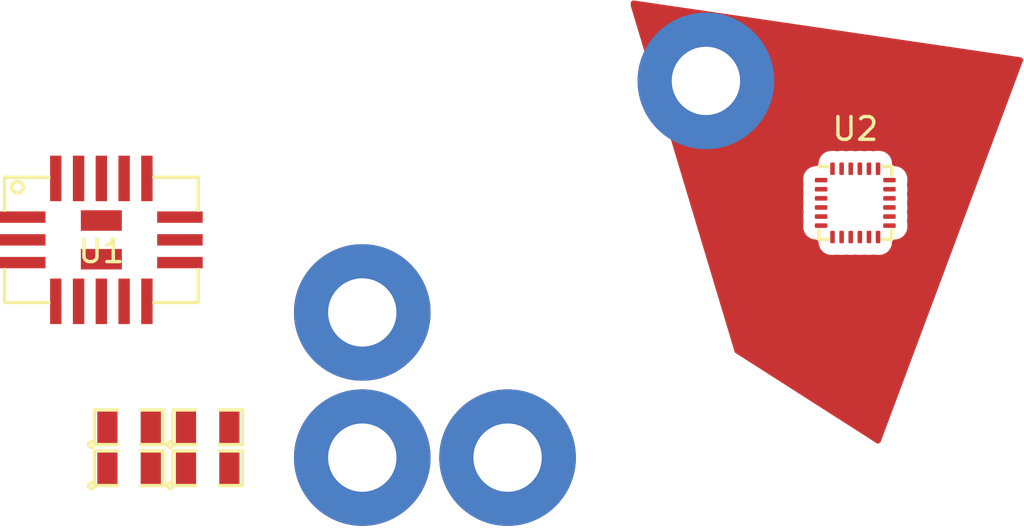
<source format=kicad_pcb>
(kicad_pcb (version 20171130) (host pcbnew "(5.1.0-rc1-3-g6bb8fde48)")

  (general
    (thickness 1.6)
    (drawings 0)
    (tracks 0)
    (zones 0)
    (modules 10)
    (nets 5)
  )

  (page A4)
  (layers
    (0 F.Cu signal)
    (31 B.Cu signal)
    (32 B.Adhes user)
    (33 F.Adhes user)
    (34 B.Paste user)
    (35 F.Paste user)
    (36 B.SilkS user)
    (37 F.SilkS user)
    (38 B.Mask user)
    (39 F.Mask user)
    (40 Dwgs.User user)
    (41 Cmts.User user)
    (42 Eco1.User user)
    (43 Eco2.User user)
    (44 Edge.Cuts user)
    (45 Margin user)
    (46 B.CrtYd user)
    (47 F.CrtYd user)
    (48 B.Fab user)
    (49 F.Fab user)
  )

  (setup
    (last_trace_width 0.25)
    (user_trace_width 0.3)
    (user_trace_width 0.4)
    (user_trace_width 0.5)
    (user_trace_width 0.6)
    (user_trace_width 0.7)
    (user_trace_width 0.8)
    (trace_clearance 0.2)
    (zone_clearance 0.508)
    (zone_45_only no)
    (trace_min 0.2)
    (via_size 0.8)
    (via_drill 0.4)
    (via_min_size 0.8)
    (via_min_drill 0.3)
    (uvia_size 0.3)
    (uvia_drill 0.1)
    (uvias_allowed no)
    (uvia_min_size 0.2)
    (uvia_min_drill 0.1)
    (edge_width 0.15)
    (segment_width 0.2)
    (pcb_text_width 0.3)
    (pcb_text_size 1.5 1.5)
    (mod_edge_width 0.15)
    (mod_text_size 1 1)
    (mod_text_width 0.15)
    (pad_size 1.524 1.524)
    (pad_drill 0.762)
    (pad_to_mask_clearance 0.2)
    (aux_axis_origin 0 0)
    (visible_elements 7FFFFFFF)
    (pcbplotparams
      (layerselection 0x010fc_ffffffff)
      (usegerberextensions false)
      (usegerberattributes false)
      (usegerberadvancedattributes false)
      (creategerberjobfile false)
      (excludeedgelayer true)
      (linewidth 0.100000)
      (plotframeref false)
      (viasonmask false)
      (mode 1)
      (useauxorigin false)
      (hpglpennumber 1)
      (hpglpenspeed 20)
      (hpglpendiameter 15.000000)
      (psnegative false)
      (psa4output false)
      (plotreference true)
      (plotvalue true)
      (plotinvisibletext false)
      (padsonsilk false)
      (subtractmaskfromsilk false)
      (outputformat 1)
      (mirror false)
      (drillshape 1)
      (scaleselection 1)
      (outputdirectory ""))
  )

  (net 0 "")
  (net 1 GND)
  (net 2 "Net-(R3-Pad1)")
  (net 3 "Net-(U1-Pad12)")
  (net 4 "Net-(U2-Pad18)")

  (net_class Default "Toto je výchozí třída sítě."
    (clearance 0.2)
    (trace_width 0.25)
    (via_dia 0.8)
    (via_drill 0.4)
    (uvia_dia 0.3)
    (uvia_drill 0.1)
    (add_net GND)
    (add_net "Net-(R3-Pad1)")
    (add_net "Net-(U1-Pad12)")
    (add_net "Net-(U2-Pad18)")
  )

  (net_class MLAB_default ""
    (clearance 0.2)
    (trace_width 0.45)
    (via_dia 0.8)
    (via_drill 0.4)
    (uvia_dia 0.3)
    (uvia_drill 0.1)
  )

  (net_class MLAB_power ""
    (clearance 0.4)
    (trace_width 0.7)
    (via_dia 0.8)
    (via_drill 0.4)
    (uvia_dia 0.3)
    (uvia_drill 0.1)
  )

  (module Mlab_IO:SDP3x (layer F.Cu) (tedit 5C5C4E12) (tstamp 5C695048)
    (at 65.405 53.975)
    (path /5C5CE96A)
    (fp_text reference U1 (at 0 0.5) (layer F.SilkS)
      (effects (font (size 1 1) (thickness 0.15)))
    )
    (fp_text value SDP3x (at 0 -0.5) (layer F.Fab)
      (effects (font (size 1 1) (thickness 0.15)))
    )
    (fp_line (start 4.25 -2.75) (end 4.25 -1.3) (layer F.SilkS) (width 0.15))
    (fp_line (start 2.3 -2.75) (end 4.25 -2.75) (layer F.SilkS) (width 0.15))
    (fp_line (start -4.25 2.75) (end -2.3 2.75) (layer F.SilkS) (width 0.15))
    (fp_line (start -4.25 1.3) (end -4.25 2.75) (layer F.SilkS) (width 0.15))
    (fp_line (start 4.25 2.75) (end 2.3 2.75) (layer F.SilkS) (width 0.15))
    (fp_line (start 4.25 1.3) (end 4.25 2.75) (layer F.SilkS) (width 0.15))
    (fp_circle (center -3.683 -2.3114) (end -3.429 -2.3114) (layer F.SilkS) (width 0.15))
    (fp_line (start -4.25 -2.75) (end -2.3 -2.75) (layer F.SilkS) (width 0.15))
    (fp_line (start -4.25 -2.75) (end -4.25 -1.3) (layer F.SilkS) (width 0.15))
    (fp_circle (center -3.683 -2.3114) (end -3.429 -2.3114) (layer F.Fab) (width 0.15))
    (fp_text user %R (at 0 0.4826) (layer F.Fab)
      (effects (font (size 1 1) (thickness 0.15)))
    )
    (fp_line (start -4.25 2.75) (end -4.25 -2.75) (layer F.Fab) (width 0.15))
    (fp_line (start 4.25 2.75) (end -4.25 2.75) (layer F.Fab) (width 0.15))
    (fp_line (start 4.25 -2.75) (end 4.25 2.75) (layer F.Fab) (width 0.15))
    (fp_line (start -4.25 -2.75) (end 4.25 -2.75) (layer F.Fab) (width 0.15))
    (pad 1 smd trapezoid (at -3.45 -1) (size 2 0.5) (layers F.Cu F.Paste F.Mask)
      (net 1 GND))
    (pad 2 smd trapezoid (at -3.45 0) (size 2 0.5) (layers F.Cu F.Paste F.Mask)
      (net 1 GND))
    (pad 3 smd trapezoid (at -3.45 1) (size 2 0.5) (layers F.Cu F.Paste F.Mask)
      (net 1 GND))
    (pad 4 smd trapezoid (at -2 2.7 90) (size 2 0.5) (layers F.Cu F.Paste F.Mask))
    (pad 5 smd trapezoid (at -1 2.7 90) (size 2 0.5) (layers F.Cu F.Paste F.Mask))
    (pad 6 smd trapezoid (at 0 2.7 90) (size 2 0.5) (layers F.Cu F.Paste F.Mask)
      (net 1 GND))
    (pad 7 smd trapezoid (at 1 2.7 90) (size 2 0.5) (layers F.Cu F.Paste F.Mask))
    (pad 8 smd trapezoid (at 2 2.7 90) (size 2 0.5) (layers F.Cu F.Paste F.Mask))
    (pad 9 smd trapezoid (at 3.45 1) (size 2 0.5) (layers F.Cu F.Paste F.Mask)
      (net 2 "Net-(R3-Pad1)"))
    (pad 10 smd trapezoid (at 3.45 0) (size 2 0.5) (layers F.Cu F.Paste F.Mask)
      (net 1 GND))
    (pad 11 smd trapezoid (at 3.45 -1) (size 2 0.5) (layers F.Cu F.Paste F.Mask)
      (net 1 GND))
    (pad 12 smd trapezoid (at 2 -2.7 90) (size 2 0.5) (layers F.Cu F.Paste F.Mask)
      (net 3 "Net-(U1-Pad12)"))
    (pad 13 smd trapezoid (at 1 -2.7 90) (size 2 0.5) (layers F.Cu F.Paste F.Mask)
      (net 3 "Net-(U1-Pad12)"))
    (pad 14 smd trapezoid (at 0 -2.7 90) (size 2 0.5) (layers F.Cu F.Paste F.Mask)
      (net 3 "Net-(U1-Pad12)"))
    (pad 15 smd trapezoid (at -1 -2.7 90) (size 2 0.5) (layers F.Cu F.Paste F.Mask)
      (net 3 "Net-(U1-Pad12)"))
    (pad 16 smd trapezoid (at -2 -2.7 90) (size 2 0.5) (layers F.Cu F.Paste F.Mask)
      (net 3 "Net-(U1-Pad12)"))
    (pad 17 smd trapezoid (at 0 -0.85) (size 1.8 0.9) (layers F.Cu F.Paste F.Mask)
      (net 1 GND))
    (pad 18 smd trapezoid (at 0 0.85) (size 1.8 0.9) (layers F.Cu F.Paste F.Mask)
      (net 1 GND))
    (pad "" np_thru_hole circle (at -3.65 2.15) (size 0.7 0.7) (drill 0.7) (layers *.Cu *.Mask))
    (pad "" np_thru_hole circle (at 3.65 -2.15) (size 0.7 0.7) (drill 0.7) (layers *.Cu *.Mask))
    (pad "" np_thru_hole circle (at 3.65 2.15) (size 0.7 0.7) (drill 0.7) (layers *.Cu *.Mask))
  )

  (module Mlab_R:SMD-0805 (layer F.Cu) (tedit 5C00EE4F) (tstamp 5C694D03)
    (at 66.623001 62.212001)
    (path /5C5CEE8A)
    (attr smd)
    (fp_text reference C1 (at 0 -0.3175) (layer F.Fab)
      (effects (font (size 0.50038 0.50038) (thickness 0.10922)))
    )
    (fp_text value 100nF (at 0.127 0.381) (layer F.Fab)
      (effects (font (size 0.50038 0.50038) (thickness 0.10922)))
    )
    (fp_line (start 1.524 0.762) (end 0.508 0.762) (layer F.SilkS) (width 0.15))
    (fp_line (start 1.524 -0.762) (end 1.524 0.762) (layer F.SilkS) (width 0.15))
    (fp_line (start 0.508 -0.762) (end 1.524 -0.762) (layer F.SilkS) (width 0.15))
    (fp_line (start -0.508 0.762) (end -1.524 0.762) (layer F.SilkS) (width 0.15))
    (fp_line (start -1.524 0.762) (end -1.524 -0.762) (layer F.Fab) (width 0.15))
    (fp_line (start -1.524 -0.762) (end -0.508 -0.762) (layer F.Fab) (width 0.15))
    (fp_circle (center -1.651 0.762) (end -1.651 0.635) (layer F.SilkS) (width 0.15))
    (fp_line (start -0.508 0.762) (end -1.524 0.762) (layer F.Fab) (width 0.15))
    (fp_line (start -1.524 0.762) (end -1.524 -0.762) (layer F.SilkS) (width 0.15))
    (fp_line (start -1.524 -0.762) (end -0.508 -0.762) (layer F.SilkS) (width 0.15))
    (fp_line (start 0.508 -0.762) (end 1.524 -0.762) (layer F.Fab) (width 0.15))
    (fp_line (start 1.524 -0.762) (end 1.524 0.762) (layer F.Fab) (width 0.15))
    (fp_line (start 1.524 0.762) (end 0.508 0.762) (layer F.Fab) (width 0.15))
    (pad 1 smd rect (at -0.9525 0) (size 0.889 1.397) (layers F.Cu F.Paste F.Mask))
    (pad 2 smd rect (at 0.9525 0) (size 0.889 1.397) (layers F.Cu F.Paste F.Mask))
    (model Resistors_SMD.3dshapes/R_0805.wrl
      (at (xyz 0 0 0))
      (scale (xyz 1 1 1))
      (rotate (xyz 0 0 0))
    )
    (model ${MLAB}/src/3d/R/R0805.step
      (at (xyz 0 0 0))
      (scale (xyz 1 1 1))
      (rotate (xyz 0 0 0))
    )
  )

  (module Mlab_Mechanical:MountingHole_3mm placed (layer F.Cu) (tedit 5A99DD0D) (tstamp 5C694D09)
    (at 76.860241 57.165241)
    (descr "Mounting hole, Befestigungsbohrung, 3mm, No Annular, Kein Restring,")
    (tags "Mounting hole, Befestigungsbohrung, 3mm, No Annular, Kein Restring,")
    (path /5C4AF3DA)
    (fp_text reference M1 (at 0 -4.191) (layer F.SilkS) hide
      (effects (font (size 1.524 1.524) (thickness 0.3048)))
    )
    (fp_text value HOLE (at 0 4.191) (layer F.SilkS) hide
      (effects (font (size 1.524 1.524) (thickness 0.3048)))
    )
    (fp_circle (center 0 0) (end 2.99974 0) (layer Cmts.User) (width 0.381))
    (pad 1 thru_hole circle (at 0 0) (size 6 6) (drill 3) (layers *.Cu *.Adhes *.Mask)
      (net 1 GND) (clearance 1) (zone_connect 2))
    (model ${MLAB}/src/3d/mechanical/m3_komplet.step
      (at (xyz 0 0 0))
      (scale (xyz 1 1 1))
      (rotate (xyz 0 0 0))
    )
  )

  (module Mlab_Mechanical:MountingHole_3mm placed (layer F.Cu) (tedit 5A99DD0D) (tstamp 5C694D0F)
    (at 76.860241 63.545241)
    (descr "Mounting hole, Befestigungsbohrung, 3mm, No Annular, Kein Restring,")
    (tags "Mounting hole, Befestigungsbohrung, 3mm, No Annular, Kein Restring,")
    (path /549D7628)
    (fp_text reference M2 (at 0 -4.191) (layer F.SilkS) hide
      (effects (font (size 1.524 1.524) (thickness 0.3048)))
    )
    (fp_text value HOLE (at 0 4.191) (layer F.SilkS) hide
      (effects (font (size 1.524 1.524) (thickness 0.3048)))
    )
    (fp_circle (center 0 0) (end 2.99974 0) (layer Cmts.User) (width 0.381))
    (pad 1 thru_hole circle (at 0 0) (size 6 6) (drill 3) (layers *.Cu *.Adhes *.Mask)
      (net 1 GND) (clearance 1) (zone_connect 2))
    (model ${MLAB}/src/3d/mechanical/m3_komplet.step
      (at (xyz 0 0 0))
      (scale (xyz 1 1 1))
      (rotate (xyz 0 0 0))
    )
  )

  (module Mlab_Mechanical:MountingHole_3mm placed (layer F.Cu) (tedit 5A99DD0D) (tstamp 5C694D15)
    (at 91.948 46.99)
    (descr "Mounting hole, Befestigungsbohrung, 3mm, No Annular, Kein Restring,")
    (tags "Mounting hole, Befestigungsbohrung, 3mm, No Annular, Kein Restring,")
    (path /5B3D3F17)
    (fp_text reference M3 (at 0 -4.191) (layer F.SilkS) hide
      (effects (font (size 1.524 1.524) (thickness 0.3048)))
    )
    (fp_text value HOLE (at 0 4.191) (layer F.SilkS) hide
      (effects (font (size 1.524 1.524) (thickness 0.3048)))
    )
    (fp_circle (center 0 0) (end 2.99974 0) (layer Cmts.User) (width 0.381))
    (pad 1 thru_hole circle (at 0 0) (size 6 6) (drill 3) (layers *.Cu *.Adhes *.Mask)
      (net 1 GND) (clearance 1) (zone_connect 2))
    (model ${MLAB}/src/3d/mechanical/m3_komplet.step
      (at (xyz 0 0 0))
      (scale (xyz 1 1 1))
      (rotate (xyz 0 0 0))
    )
  )

  (module Mlab_Mechanical:MountingHole_3mm placed (layer F.Cu) (tedit 5A99DD0D) (tstamp 5C694D1B)
    (at 83.240241 63.545241)
    (descr "Mounting hole, Befestigungsbohrung, 3mm, No Annular, Kein Restring,")
    (tags "Mounting hole, Befestigungsbohrung, 3mm, No Annular, Kein Restring,")
    (path /5B3D3F18)
    (fp_text reference M4 (at 0 -4.191) (layer F.SilkS) hide
      (effects (font (size 1.524 1.524) (thickness 0.3048)))
    )
    (fp_text value HOLE (at 0 4.191) (layer F.SilkS) hide
      (effects (font (size 1.524 1.524) (thickness 0.3048)))
    )
    (fp_circle (center 0 0) (end 2.99974 0) (layer Cmts.User) (width 0.381))
    (pad 1 thru_hole circle (at 0 0) (size 6 6) (drill 3) (layers *.Cu *.Adhes *.Mask)
      (net 1 GND) (clearance 1) (zone_connect 2))
    (model ${MLAB}/src/3d/mechanical/m3_komplet.step
      (at (xyz 0 0 0))
      (scale (xyz 1 1 1))
      (rotate (xyz 0 0 0))
    )
  )

  (module Mlab_R:SMD-0805 (layer F.Cu) (tedit 5C00EE4F) (tstamp 5C694D2E)
    (at 70.073001 62.212001)
    (path /5C5D0604)
    (attr smd)
    (fp_text reference R1 (at 0 -0.3175) (layer F.Fab)
      (effects (font (size 0.50038 0.50038) (thickness 0.10922)))
    )
    (fp_text value 0R (at 0.127 0.381) (layer F.Fab)
      (effects (font (size 0.50038 0.50038) (thickness 0.10922)))
    )
    (fp_line (start 1.524 0.762) (end 0.508 0.762) (layer F.Fab) (width 0.15))
    (fp_line (start 1.524 -0.762) (end 1.524 0.762) (layer F.Fab) (width 0.15))
    (fp_line (start 0.508 -0.762) (end 1.524 -0.762) (layer F.Fab) (width 0.15))
    (fp_line (start -1.524 -0.762) (end -0.508 -0.762) (layer F.SilkS) (width 0.15))
    (fp_line (start -1.524 0.762) (end -1.524 -0.762) (layer F.SilkS) (width 0.15))
    (fp_line (start -0.508 0.762) (end -1.524 0.762) (layer F.Fab) (width 0.15))
    (fp_circle (center -1.651 0.762) (end -1.651 0.635) (layer F.SilkS) (width 0.15))
    (fp_line (start -1.524 -0.762) (end -0.508 -0.762) (layer F.Fab) (width 0.15))
    (fp_line (start -1.524 0.762) (end -1.524 -0.762) (layer F.Fab) (width 0.15))
    (fp_line (start -0.508 0.762) (end -1.524 0.762) (layer F.SilkS) (width 0.15))
    (fp_line (start 0.508 -0.762) (end 1.524 -0.762) (layer F.SilkS) (width 0.15))
    (fp_line (start 1.524 -0.762) (end 1.524 0.762) (layer F.SilkS) (width 0.15))
    (fp_line (start 1.524 0.762) (end 0.508 0.762) (layer F.SilkS) (width 0.15))
    (pad 2 smd rect (at 0.9525 0) (size 0.889 1.397) (layers F.Cu F.Paste F.Mask))
    (pad 1 smd rect (at -0.9525 0) (size 0.889 1.397) (layers F.Cu F.Paste F.Mask))
    (model Resistors_SMD.3dshapes/R_0805.wrl
      (at (xyz 0 0 0))
      (scale (xyz 1 1 1))
      (rotate (xyz 0 0 0))
    )
    (model ${MLAB}/src/3d/R/R0805.step
      (at (xyz 0 0 0))
      (scale (xyz 1 1 1))
      (rotate (xyz 0 0 0))
    )
  )

  (module Mlab_R:SMD-0805 (layer F.Cu) (tedit 5C00EE4F) (tstamp 5C694D41)
    (at 66.623001 64.012001)
    (path /5C5D0652)
    (attr smd)
    (fp_text reference R2 (at 0 -0.3175) (layer F.Fab)
      (effects (font (size 0.50038 0.50038) (thickness 0.10922)))
    )
    (fp_text value 0R (at 0.127 0.381) (layer F.Fab)
      (effects (font (size 0.50038 0.50038) (thickness 0.10922)))
    )
    (fp_line (start 1.524 0.762) (end 0.508 0.762) (layer F.SilkS) (width 0.15))
    (fp_line (start 1.524 -0.762) (end 1.524 0.762) (layer F.SilkS) (width 0.15))
    (fp_line (start 0.508 -0.762) (end 1.524 -0.762) (layer F.SilkS) (width 0.15))
    (fp_line (start -0.508 0.762) (end -1.524 0.762) (layer F.SilkS) (width 0.15))
    (fp_line (start -1.524 0.762) (end -1.524 -0.762) (layer F.Fab) (width 0.15))
    (fp_line (start -1.524 -0.762) (end -0.508 -0.762) (layer F.Fab) (width 0.15))
    (fp_circle (center -1.651 0.762) (end -1.651 0.635) (layer F.SilkS) (width 0.15))
    (fp_line (start -0.508 0.762) (end -1.524 0.762) (layer F.Fab) (width 0.15))
    (fp_line (start -1.524 0.762) (end -1.524 -0.762) (layer F.SilkS) (width 0.15))
    (fp_line (start -1.524 -0.762) (end -0.508 -0.762) (layer F.SilkS) (width 0.15))
    (fp_line (start 0.508 -0.762) (end 1.524 -0.762) (layer F.Fab) (width 0.15))
    (fp_line (start 1.524 -0.762) (end 1.524 0.762) (layer F.Fab) (width 0.15))
    (fp_line (start 1.524 0.762) (end 0.508 0.762) (layer F.Fab) (width 0.15))
    (pad 1 smd rect (at -0.9525 0) (size 0.889 1.397) (layers F.Cu F.Paste F.Mask))
    (pad 2 smd rect (at 0.9525 0) (size 0.889 1.397) (layers F.Cu F.Paste F.Mask))
    (model Resistors_SMD.3dshapes/R_0805.wrl
      (at (xyz 0 0 0))
      (scale (xyz 1 1 1))
      (rotate (xyz 0 0 0))
    )
    (model ${MLAB}/src/3d/R/R0805.step
      (at (xyz 0 0 0))
      (scale (xyz 1 1 1))
      (rotate (xyz 0 0 0))
    )
  )

  (module Mlab_R:SMD-0805 (layer F.Cu) (tedit 5C00EE4F) (tstamp 5C694D54)
    (at 70.073001 64.012001)
    (path /5C5CEABD)
    (attr smd)
    (fp_text reference R3 (at 0 -0.3175) (layer F.Fab)
      (effects (font (size 0.50038 0.50038) (thickness 0.10922)))
    )
    (fp_text value 0R (at 0.127 0.381) (layer F.Fab)
      (effects (font (size 0.50038 0.50038) (thickness 0.10922)))
    )
    (fp_line (start 1.524 0.762) (end 0.508 0.762) (layer F.Fab) (width 0.15))
    (fp_line (start 1.524 -0.762) (end 1.524 0.762) (layer F.Fab) (width 0.15))
    (fp_line (start 0.508 -0.762) (end 1.524 -0.762) (layer F.Fab) (width 0.15))
    (fp_line (start -1.524 -0.762) (end -0.508 -0.762) (layer F.SilkS) (width 0.15))
    (fp_line (start -1.524 0.762) (end -1.524 -0.762) (layer F.SilkS) (width 0.15))
    (fp_line (start -0.508 0.762) (end -1.524 0.762) (layer F.Fab) (width 0.15))
    (fp_circle (center -1.651 0.762) (end -1.651 0.635) (layer F.SilkS) (width 0.15))
    (fp_line (start -1.524 -0.762) (end -0.508 -0.762) (layer F.Fab) (width 0.15))
    (fp_line (start -1.524 0.762) (end -1.524 -0.762) (layer F.Fab) (width 0.15))
    (fp_line (start -0.508 0.762) (end -1.524 0.762) (layer F.SilkS) (width 0.15))
    (fp_line (start 0.508 -0.762) (end 1.524 -0.762) (layer F.SilkS) (width 0.15))
    (fp_line (start 1.524 -0.762) (end 1.524 0.762) (layer F.SilkS) (width 0.15))
    (fp_line (start 1.524 0.762) (end 0.508 0.762) (layer F.SilkS) (width 0.15))
    (pad 2 smd rect (at 0.9525 0) (size 0.889 1.397) (layers F.Cu F.Paste F.Mask)
      (net 1 GND))
    (pad 1 smd rect (at -0.9525 0) (size 0.889 1.397) (layers F.Cu F.Paste F.Mask)
      (net 2 "Net-(R3-Pad1)"))
    (model Resistors_SMD.3dshapes/R_0805.wrl
      (at (xyz 0 0 0))
      (scale (xyz 1 1 1))
      (rotate (xyz 0 0 0))
    )
    (model ${MLAB}/src/3d/R/R0805.step
      (at (xyz 0 0 0))
      (scale (xyz 1 1 1))
      (rotate (xyz 0 0 0))
    )
  )

  (module Sensor_Motion:InvenSense_QFN-24_3x3mm_P0.4mm (layer F.Cu) (tedit 5B5A6A65) (tstamp 5C5CA424)
    (at 98.505483 52.350001)
    (descr "24-Lead Plastic QFN (3mm x 3mm); Pitch 0.4mm; EP 1.7x1.54mm; for InvenSense motion sensors; keepout area marked (Package see: https://store.invensense.com/datasheets/invensense/MPU9250REV1.0.pdf; See also https://www.invensense.com/wp-content/uploads/2015/02/InvenSense-MEMS-Handling.pdf)")
    (tags "QFN 0.4")
    (path /5C5C5B62)
    (attr smd)
    (fp_text reference U2 (at 0 -3.25) (layer F.SilkS)
      (effects (font (size 1 1) (thickness 0.15)))
    )
    (fp_text value ICM-20948 (at 0 3.25) (layer F.Fab)
      (effects (font (size 1 1) (thickness 0.15)))
    )
    (fp_text user %R (at 0 0) (layer F.Fab)
      (effects (font (size 0.7 0.7) (thickness 0.105)))
    )
    (fp_line (start -0.5 -1.5) (end 1.5 -1.5) (layer F.Fab) (width 0.15))
    (fp_line (start 1.5 -1.5) (end 1.5 1.5) (layer F.Fab) (width 0.15))
    (fp_line (start 1.5 1.5) (end -1.5 1.5) (layer F.Fab) (width 0.15))
    (fp_line (start -1.5 1.5) (end -1.5 -0.5) (layer F.Fab) (width 0.15))
    (fp_line (start -1.5 -0.5) (end -0.5 -1.5) (layer F.Fab) (width 0.15))
    (fp_line (start 2.05 -2.05) (end 2.05 2.05) (layer F.CrtYd) (width 0.05))
    (fp_line (start 2.05 2.05) (end -2.05 2.05) (layer F.CrtYd) (width 0.05))
    (fp_line (start -2.05 2.05) (end -2.05 -2.05) (layer F.CrtYd) (width 0.05))
    (fp_line (start -2.05 -2.05) (end 2.05 -2.05) (layer F.CrtYd) (width 0.05))
    (fp_line (start -1.6 1.6) (end -1.6 1.2) (layer F.SilkS) (width 0.15))
    (fp_line (start -1.6 1.6) (end -1.2 1.6) (layer F.SilkS) (width 0.15))
    (fp_line (start 1.6 1.6) (end 1.6 1.2) (layer F.SilkS) (width 0.15))
    (fp_line (start 1.6 1.6) (end 1.2 1.6) (layer F.SilkS) (width 0.15))
    (fp_line (start 1.6 -1.6) (end 1.6 -1.2) (layer F.SilkS) (width 0.15))
    (fp_line (start 1.6 -1.6) (end 1.2 -1.6) (layer F.SilkS) (width 0.15))
    (fp_line (start -1.6 -1.6) (end -1.2 -1.6) (layer F.SilkS) (width 0.15))
    (fp_line (start -0.875 -0.795) (end 0.875 -0.795) (layer Dwgs.User) (width 0.05))
    (fp_line (start -0.875 -0.795) (end -0.875 0.795) (layer Dwgs.User) (width 0.05))
    (fp_line (start -0.875 0.795) (end 0.875 0.795) (layer Dwgs.User) (width 0.05))
    (fp_line (start 0.875 -0.795) (end 0.875 0.795) (layer Dwgs.User) (width 0.05))
    (fp_line (start 0.875 0.295) (end 0.375 0.795) (layer Dwgs.User) (width 0.05))
    (fp_line (start 0.875 -0.205) (end -0.125 0.795) (layer Dwgs.User) (width 0.05))
    (fp_line (start 0.875 -0.705) (end -0.625 0.795) (layer Dwgs.User) (width 0.05))
    (fp_line (start 0.465 -0.795) (end -0.875 0.545) (layer Dwgs.User) (width 0.05))
    (fp_line (start -0.035 -0.795) (end -0.875 0.045) (layer Dwgs.User) (width 0.05))
    (fp_line (start -0.535 -0.795) (end -0.875 -0.455) (layer Dwgs.User) (width 0.05))
    (fp_text user KEEPOUT (at 0 -0.5) (layer Cmts.User)
      (effects (font (size 0.2 0.2) (thickness 0.04)))
    )
    (fp_text user "No Copper" (at 0 -0.1) (layer Cmts.User)
      (effects (font (size 0.2 0.2) (thickness 0.04)))
    )
    (fp_text user "Directly Below" (at 0 0.25) (layer Cmts.User)
      (effects (font (size 0.2 0.2) (thickness 0.04)))
    )
    (fp_text user Component (at 0 0.55) (layer Cmts.User)
      (effects (font (size 0.2 0.2) (thickness 0.04)))
    )
    (pad 1 smd roundrect (at -1.5 -1) (size 0.55 0.2) (layers F.Cu F.Paste F.Mask) (roundrect_rratio 0.25))
    (pad 2 smd roundrect (at -1.5 -0.6) (size 0.55 0.2) (layers F.Cu F.Paste F.Mask) (roundrect_rratio 0.25))
    (pad 3 smd roundrect (at -1.5 -0.2) (size 0.55 0.2) (layers F.Cu F.Paste F.Mask) (roundrect_rratio 0.25))
    (pad 4 smd roundrect (at -1.5 0.2) (size 0.55 0.2) (layers F.Cu F.Paste F.Mask) (roundrect_rratio 0.25))
    (pad 5 smd roundrect (at -1.5 0.6) (size 0.55 0.2) (layers F.Cu F.Paste F.Mask) (roundrect_rratio 0.25))
    (pad 6 smd roundrect (at -1.5 1) (size 0.55 0.2) (layers F.Cu F.Paste F.Mask) (roundrect_rratio 0.25))
    (pad 7 smd roundrect (at -1 1.5 90) (size 0.55 0.2) (layers F.Cu F.Paste F.Mask) (roundrect_rratio 0.25))
    (pad 8 smd roundrect (at -0.6 1.5 90) (size 0.55 0.2) (layers F.Cu F.Paste F.Mask) (roundrect_rratio 0.25))
    (pad 9 smd roundrect (at -0.2 1.5 90) (size 0.55 0.2) (layers F.Cu F.Paste F.Mask) (roundrect_rratio 0.25))
    (pad 10 smd roundrect (at 0.2 1.5 90) (size 0.55 0.2) (layers F.Cu F.Paste F.Mask) (roundrect_rratio 0.25))
    (pad 11 smd roundrect (at 0.6 1.5 90) (size 0.55 0.2) (layers F.Cu F.Paste F.Mask) (roundrect_rratio 0.25))
    (pad 12 smd roundrect (at 1 1.5 90) (size 0.55 0.2) (layers F.Cu F.Paste F.Mask) (roundrect_rratio 0.25))
    (pad 13 smd roundrect (at 1.5 1) (size 0.55 0.2) (layers F.Cu F.Paste F.Mask) (roundrect_rratio 0.25))
    (pad 14 smd roundrect (at 1.5 0.6) (size 0.55 0.2) (layers F.Cu F.Paste F.Mask) (roundrect_rratio 0.25))
    (pad 15 smd roundrect (at 1.5 0.2) (size 0.55 0.2) (layers F.Cu F.Paste F.Mask) (roundrect_rratio 0.25))
    (pad 16 smd roundrect (at 1.5 -0.2) (size 0.55 0.2) (layers F.Cu F.Paste F.Mask) (roundrect_rratio 0.25))
    (pad 17 smd roundrect (at 1.5 -0.6) (size 0.55 0.2) (layers F.Cu F.Paste F.Mask) (roundrect_rratio 0.25))
    (pad 18 smd roundrect (at 1.5 -1) (size 0.55 0.2) (layers F.Cu F.Paste F.Mask) (roundrect_rratio 0.25)
      (net 4 "Net-(U2-Pad18)"))
    (pad 19 smd roundrect (at 1 -1.5 90) (size 0.55 0.2) (layers F.Cu F.Paste F.Mask) (roundrect_rratio 0.25))
    (pad 20 smd roundrect (at 0.6 -1.5 90) (size 0.55 0.2) (layers F.Cu F.Paste F.Mask) (roundrect_rratio 0.25)
      (net 4 "Net-(U2-Pad18)"))
    (pad 21 smd roundrect (at 0.2 -1.5 90) (size 0.55 0.2) (layers F.Cu F.Paste F.Mask) (roundrect_rratio 0.25))
    (pad 22 smd roundrect (at -0.2 -1.5 90) (size 0.55 0.2) (layers F.Cu F.Paste F.Mask) (roundrect_rratio 0.25))
    (pad 23 smd roundrect (at -0.6 -1.5 90) (size 0.55 0.2) (layers F.Cu F.Paste F.Mask) (roundrect_rratio 0.25))
    (pad 24 smd roundrect (at -1 -1.5 90) (size 0.55 0.2) (layers F.Cu F.Paste F.Mask) (roundrect_rratio 0.25))
    (model ${KISYS3DMOD}/Package_DFN_QFN.3dshapes/QFN-24_3x3mm_P0.4mm_EP1.7x1.54mm.wrl
      (at (xyz 0 0 0))
      (scale (xyz 1 1 1))
      (rotate (xyz 0 0 0))
    )
  )

  (zone (net 1) (net_name GND) (layer F.Cu) (tstamp 0) (hatch edge 0.508)
    (connect_pads (clearance 0.508))
    (min_thickness 0.254)
    (fill yes (arc_segments 32) (thermal_gap 0.508) (thermal_bridge_width 0.508))
    (polygon
      (pts
        (xy 88.646 43.434) (xy 105.918 45.974) (xy 99.568 62.992) (xy 93.218 58.928) (xy 88.646 43.688)
      )
    )
    (filled_polygon
      (pts
        (xy 105.744092 46.076792) (xy 99.503994 62.800254) (xy 93.326115 58.846411) (xy 91.062193 51.300001) (xy 96.092411 51.300001)
        (xy 96.092411 51.400001) (xy 96.105632 51.534237) (xy 96.110414 51.550001) (xy 96.105632 51.565765) (xy 96.092411 51.700001)
        (xy 96.092411 51.800001) (xy 96.105632 51.934237) (xy 96.110414 51.950001) (xy 96.105632 51.965765) (xy 96.092411 52.100001)
        (xy 96.092411 52.200001) (xy 96.105632 52.334237) (xy 96.110414 52.350001) (xy 96.105632 52.365765) (xy 96.092411 52.500001)
        (xy 96.092411 52.600001) (xy 96.105632 52.734237) (xy 96.110414 52.750001) (xy 96.105632 52.765765) (xy 96.092411 52.900001)
        (xy 96.092411 53.000001) (xy 96.105632 53.134237) (xy 96.110414 53.150001) (xy 96.105632 53.165765) (xy 96.092411 53.300001)
        (xy 96.092411 53.400001) (xy 96.105632 53.534237) (xy 96.144787 53.663315) (xy 96.208372 53.782273) (xy 96.293943 53.886541)
        (xy 96.398211 53.972112) (xy 96.517169 54.035697) (xy 96.646247 54.074852) (xy 96.768583 54.086901) (xy 96.780632 54.209237)
        (xy 96.819787 54.338315) (xy 96.883372 54.457273) (xy 96.968943 54.561541) (xy 97.073211 54.647112) (xy 97.192169 54.710697)
        (xy 97.321247 54.749852) (xy 97.455483 54.763073) (xy 97.555483 54.763073) (xy 97.689719 54.749852) (xy 97.705483 54.74507)
        (xy 97.721247 54.749852) (xy 97.855483 54.763073) (xy 97.955483 54.763073) (xy 98.089719 54.749852) (xy 98.105483 54.74507)
        (xy 98.121247 54.749852) (xy 98.255483 54.763073) (xy 98.355483 54.763073) (xy 98.489719 54.749852) (xy 98.505483 54.74507)
        (xy 98.521247 54.749852) (xy 98.655483 54.763073) (xy 98.755483 54.763073) (xy 98.889719 54.749852) (xy 98.905483 54.74507)
        (xy 98.921247 54.749852) (xy 99.055483 54.763073) (xy 99.155483 54.763073) (xy 99.289719 54.749852) (xy 99.305483 54.74507)
        (xy 99.321247 54.749852) (xy 99.455483 54.763073) (xy 99.555483 54.763073) (xy 99.689719 54.749852) (xy 99.818797 54.710697)
        (xy 99.937755 54.647112) (xy 100.042023 54.561541) (xy 100.127594 54.457273) (xy 100.191179 54.338315) (xy 100.230334 54.209237)
        (xy 100.242383 54.086901) (xy 100.364719 54.074852) (xy 100.493797 54.035697) (xy 100.612755 53.972112) (xy 100.717023 53.886541)
        (xy 100.802594 53.782273) (xy 100.866179 53.663315) (xy 100.905334 53.534237) (xy 100.918555 53.400001) (xy 100.918555 53.300001)
        (xy 100.905334 53.165765) (xy 100.900552 53.150001) (xy 100.905334 53.134237) (xy 100.918555 53.000001) (xy 100.918555 52.900001)
        (xy 100.905334 52.765765) (xy 100.900552 52.750001) (xy 100.905334 52.734237) (xy 100.918555 52.600001) (xy 100.918555 52.500001)
        (xy 100.905334 52.365765) (xy 100.900552 52.350001) (xy 100.905334 52.334237) (xy 100.918555 52.200001) (xy 100.918555 52.100001)
        (xy 100.905334 51.965765) (xy 100.900552 51.950001) (xy 100.905334 51.934237) (xy 100.918555 51.800001) (xy 100.918555 51.700001)
        (xy 100.905334 51.565765) (xy 100.900552 51.550001) (xy 100.905334 51.534237) (xy 100.918555 51.400001) (xy 100.918555 51.300001)
        (xy 100.905334 51.165765) (xy 100.866179 51.036687) (xy 100.802594 50.917729) (xy 100.717023 50.813461) (xy 100.612755 50.72789)
        (xy 100.493797 50.664305) (xy 100.364719 50.62515) (xy 100.242383 50.613101) (xy 100.230334 50.490765) (xy 100.191179 50.361687)
        (xy 100.127594 50.242729) (xy 100.042023 50.138461) (xy 99.937755 50.05289) (xy 99.818797 49.989305) (xy 99.689719 49.95015)
        (xy 99.555483 49.936929) (xy 99.455483 49.936929) (xy 99.321247 49.95015) (xy 99.305483 49.954932) (xy 99.289719 49.95015)
        (xy 99.155483 49.936929) (xy 99.055483 49.936929) (xy 98.921247 49.95015) (xy 98.905483 49.954932) (xy 98.889719 49.95015)
        (xy 98.755483 49.936929) (xy 98.655483 49.936929) (xy 98.521247 49.95015) (xy 98.505483 49.954932) (xy 98.489719 49.95015)
        (xy 98.355483 49.936929) (xy 98.255483 49.936929) (xy 98.121247 49.95015) (xy 98.105483 49.954932) (xy 98.089719 49.95015)
        (xy 97.955483 49.936929) (xy 97.855483 49.936929) (xy 97.721247 49.95015) (xy 97.705483 49.954932) (xy 97.689719 49.95015)
        (xy 97.555483 49.936929) (xy 97.455483 49.936929) (xy 97.321247 49.95015) (xy 97.192169 49.989305) (xy 97.073211 50.05289)
        (xy 96.968943 50.138461) (xy 96.883372 50.242729) (xy 96.819787 50.361687) (xy 96.780632 50.490765) (xy 96.768583 50.613101)
        (xy 96.646247 50.62515) (xy 96.517169 50.664305) (xy 96.398211 50.72789) (xy 96.293943 50.813461) (xy 96.208372 50.917729)
        (xy 96.144787 51.036687) (xy 96.105632 51.165765) (xy 96.092411 51.300001) (xy 91.062193 51.300001) (xy 88.773 43.66936)
        (xy 88.773 43.581043)
      )
    )
  )
)

</source>
